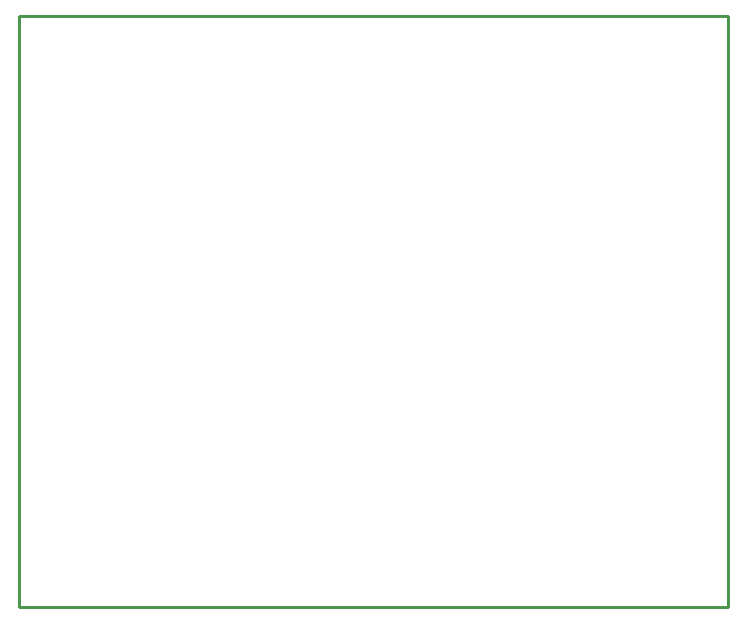
<source format=gko>
G04*
G04 #@! TF.GenerationSoftware,Altium Limited,Altium Designer,22.0.2 (36)*
G04*
G04 Layer_Color=16711935*
%FSLAX25Y25*%
%MOIN*%
G70*
G04*
G04 #@! TF.SameCoordinates,1C5B4622-B4AA-4E77-B977-5182896014AD*
G04*
G04*
G04 #@! TF.FilePolarity,Positive*
G04*
G01*
G75*
%ADD35C,0.01000*%
D35*
X0Y0D02*
X236221D01*
X0Y196850D02*
X236221D01*
Y0D02*
Y196850D01*
X0Y0D02*
Y196850D01*
M02*

</source>
